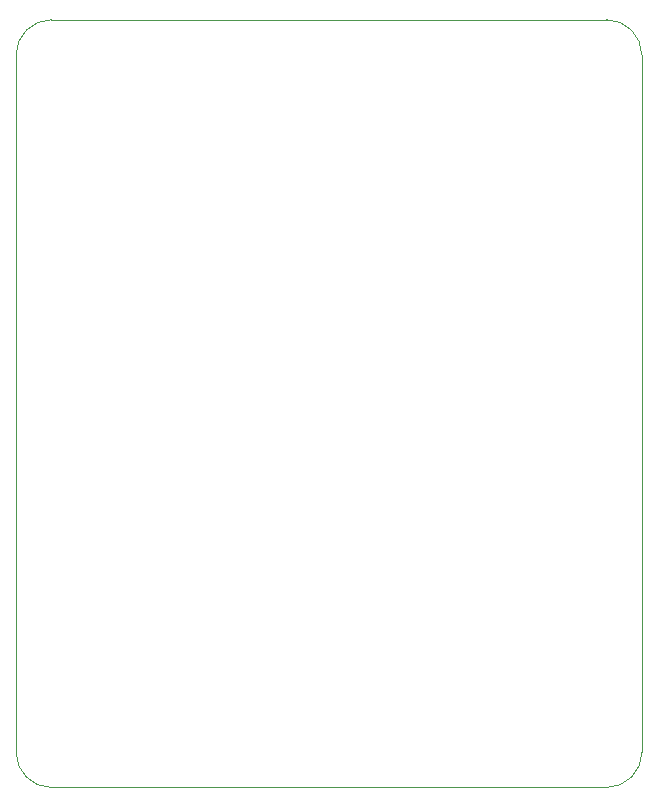
<source format=gbr>
%TF.GenerationSoftware,KiCad,Pcbnew,(5.1.10-1-10_14)*%
%TF.CreationDate,2021-10-09T22:57:50-04:00*%
%TF.ProjectId,Hermes_Pico,4865726d-6573-45f5-9069-636f2e6b6963,rev?*%
%TF.SameCoordinates,Original*%
%TF.FileFunction,Profile,NP*%
%FSLAX46Y46*%
G04 Gerber Fmt 4.6, Leading zero omitted, Abs format (unit mm)*
G04 Created by KiCad (PCBNEW (5.1.10-1-10_14)) date 2021-10-09 22:57:50*
%MOMM*%
%LPD*%
G01*
G04 APERTURE LIST*
%TA.AperFunction,Profile*%
%ADD10C,0.050000*%
%TD*%
G04 APERTURE END LIST*
D10*
X269500000Y-118500000D02*
G75*
G02*
X266500000Y-121500000I-3000000J0D01*
G01*
X266500000Y-56500000D02*
G75*
G02*
X269500000Y-59500000I0J-3000000D01*
G01*
X216500000Y-59500000D02*
G75*
G02*
X219500000Y-56500000I3000000J0D01*
G01*
X219500000Y-121500000D02*
G75*
G02*
X216500000Y-118500000I0J3000000D01*
G01*
X269500000Y-59500000D02*
X269500000Y-118500000D01*
X219500000Y-56500000D02*
X266500000Y-56500000D01*
X216500000Y-118500000D02*
X216500000Y-59500000D01*
X266500000Y-121500000D02*
X219500000Y-121500000D01*
M02*

</source>
